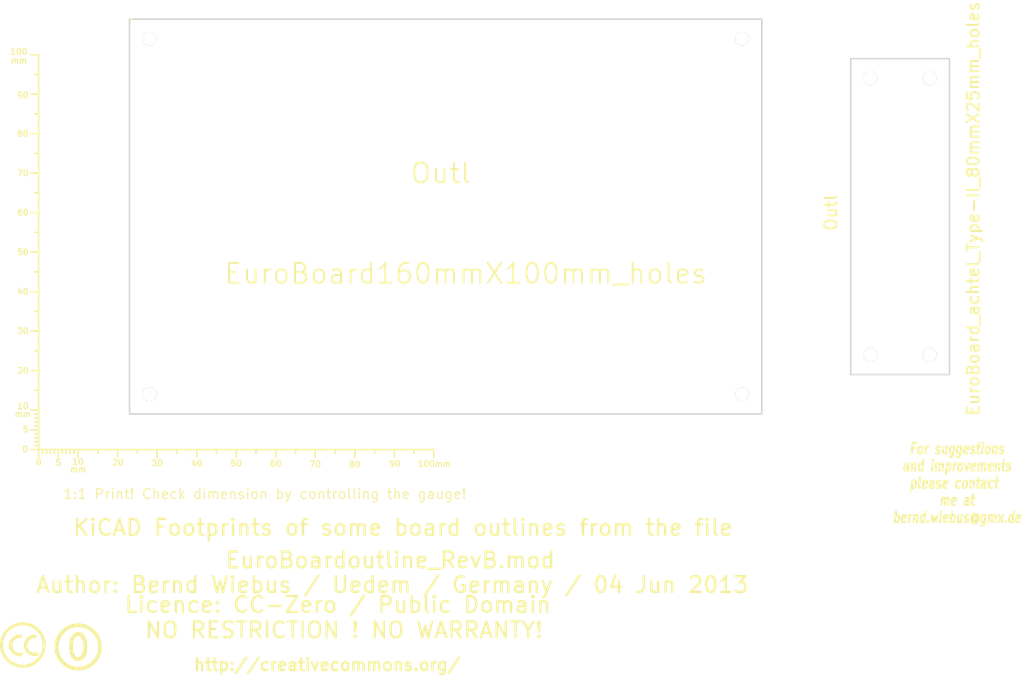
<source format=kicad_pcb>
(kicad_pcb (version 3) (host pcbnew "(2013-03-30 BZR 4007)-stable")

  (general
    (links 0)
    (no_connects 0)
    (area -16.90696 9.779577 274.02378 197.1694)
    (thickness 1.6002)
    (drawings 7)
    (tracks 0)
    (zones 0)
    (modules 5)
    (nets 1)
  )

  (page A4)
  (layers
    (15 Vorderseite signal)
    (0 Rückseite signal)
    (16 B.Adhes user)
    (17 F.Adhes user)
    (18 B.Paste user)
    (19 F.Paste user)
    (20 B.SilkS user)
    (21 F.SilkS user)
    (22 B.Mask user)
    (23 F.Mask user)
    (24 Dwgs.User user)
    (25 Cmts.User user)
    (26 Eco1.User user)
    (27 Eco2.User user)
    (28 Edge.Cuts user)
  )

  (setup
    (last_trace_width 0.2032)
    (trace_clearance 0.254)
    (zone_clearance 0.508)
    (zone_45_only no)
    (trace_min 0.2032)
    (segment_width 0.381)
    (edge_width 0.381)
    (via_size 0.889)
    (via_drill 0.635)
    (via_min_size 0.889)
    (via_min_drill 0.508)
    (uvia_size 0.508)
    (uvia_drill 0.127)
    (uvias_allowed no)
    (uvia_min_size 0.508)
    (uvia_min_drill 0.127)
    (pcb_text_width 0.3048)
    (pcb_text_size 1.524 2.032)
    (mod_edge_width 0.381)
    (mod_text_size 1.524 1.524)
    (mod_text_width 0.3048)
    (pad_size 1.524 1.524)
    (pad_drill 0.8128)
    (pad_to_mask_clearance 0.254)
    (aux_axis_origin 0 0)
    (visible_elements 7FFFFFFF)
    (pcbplotparams
      (layerselection 3178497)
      (usegerberextensions true)
      (excludeedgelayer true)
      (linewidth 60)
      (plotframeref false)
      (viasonmask false)
      (mode 1)
      (useauxorigin false)
      (hpglpennumber 1)
      (hpglpenspeed 20)
      (hpglpendiameter 15)
      (hpglpenoverlay 0)
      (psnegative false)
      (psa4output false)
      (plotreference true)
      (plotvalue true)
      (plotothertext true)
      (plotinvisibletext false)
      (padsonsilk false)
      (subtractmaskfromsilk false)
      (outputformat 1)
      (mirror false)
      (drillshape 1)
      (scaleselection 1)
      (outputdirectory ""))
  )

  (net 0 "")

  (net_class Default "Dies ist die voreingestellte Netzklasse."
    (clearance 0.254)
    (trace_width 0.2032)
    (via_dia 0.889)
    (via_drill 0.635)
    (uvia_dia 0.508)
    (uvia_drill 0.127)
    (add_net "")
  )

  (module Gauge_100mm_Type2_SilkScreenTop_RevA_Date22Jun2010 (layer Vorderseite) (tedit 4D963937) (tstamp 4D88F07A)
    (at 25 138)
    (descr "Gauge, Massstab, 100mm, SilkScreenTop, Type 2,")
    (tags "Gauge, Massstab, 100mm, SilkScreenTop, Type 2,")
    (path Gauge_100mm_Type2_SilkScreenTop_RevA_Date22Jun2010)
    (fp_text reference MSC (at 4.0005 8.99922) (layer F.SilkS) hide
      (effects (font (size 1.524 1.524) (thickness 0.3048)))
    )
    (fp_text value Gauge_100mm_Type2_SilkScreenTop_RevA_Date22Jun2010 (at 45.9994 8.99922) (layer F.SilkS) hide
      (effects (font (size 1.524 1.524) (thickness 0.3048)))
    )
    (fp_text user mm (at 9.99998 5.00126) (layer F.SilkS)
      (effects (font (size 1.524 1.524) (thickness 0.3048)))
    )
    (fp_text user mm (at -4.0005 -8.99922) (layer F.SilkS)
      (effects (font (size 1.524 1.524) (thickness 0.3048)))
    )
    (fp_text user mm (at -5.00126 -98.5012) (layer F.SilkS)
      (effects (font (size 1.524 1.524) (thickness 0.3048)))
    )
    (fp_text user 10 (at 10.00506 3.0988) (layer F.SilkS)
      (effects (font (size 1.50114 1.50114) (thickness 0.29972)))
    )
    (fp_text user 0 (at 0.00508 3.19786) (layer F.SilkS)
      (effects (font (size 1.39954 1.50114) (thickness 0.29972)))
    )
    (fp_text user 5 (at 5.0038 3.29946) (layer F.SilkS)
      (effects (font (size 1.50114 1.50114) (thickness 0.29972)))
    )
    (fp_text user 20 (at 20.1041 3.29946) (layer F.SilkS)
      (effects (font (size 1.50114 1.50114) (thickness 0.29972)))
    )
    (fp_text user 30 (at 30.00502 3.39852) (layer F.SilkS)
      (effects (font (size 1.50114 1.50114) (thickness 0.29972)))
    )
    (fp_text user 40 (at 40.005 3.50012) (layer F.SilkS)
      (effects (font (size 1.50114 1.50114) (thickness 0.29972)))
    )
    (fp_text user 50 (at 50.00498 3.50012) (layer F.SilkS)
      (effects (font (size 1.50114 1.50114) (thickness 0.29972)))
    )
    (fp_text user 60 (at 60.00496 3.50012) (layer F.SilkS)
      (effects (font (size 1.50114 1.50114) (thickness 0.29972)))
    )
    (fp_text user 70 (at 70.00494 3.70078) (layer F.SilkS)
      (effects (font (size 1.50114 1.50114) (thickness 0.29972)))
    )
    (fp_text user 80 (at 80.00492 3.79984) (layer F.SilkS)
      (effects (font (size 1.50114 1.50114) (thickness 0.29972)))
    )
    (fp_text user 90 (at 90.1065 3.60172) (layer F.SilkS)
      (effects (font (size 1.50114 1.50114) (thickness 0.29972)))
    )
    (fp_text user 100mm (at 100.10648 3.60172) (layer F.SilkS)
      (effects (font (size 1.50114 1.50114) (thickness 0.29972)))
    )
    (fp_line (start 0 -8.99922) (end -1.00076 -8.99922) (layer F.SilkS) (width 0.381))
    (fp_line (start 0 -8.001) (end -1.00076 -8.001) (layer F.SilkS) (width 0.381))
    (fp_line (start 0 -7.00024) (end -1.00076 -7.00024) (layer F.SilkS) (width 0.381))
    (fp_line (start 0 -5.99948) (end -1.00076 -5.99948) (layer F.SilkS) (width 0.381))
    (fp_line (start 0 -4.0005) (end -1.00076 -4.0005) (layer F.SilkS) (width 0.381))
    (fp_line (start 0 -2.99974) (end -1.00076 -2.99974) (layer F.SilkS) (width 0.381))
    (fp_line (start 0 -1.99898) (end -1.00076 -1.99898) (layer F.SilkS) (width 0.381))
    (fp_line (start 0 -1.00076) (end -1.00076 -1.00076) (layer F.SilkS) (width 0.381))
    (fp_line (start 0 0) (end -1.99898 0) (layer F.SilkS) (width 0.381))
    (fp_line (start 0 -5.00126) (end -1.99898 -5.00126) (layer F.SilkS) (width 0.381))
    (fp_line (start 0 -9.99998) (end -1.99898 -9.99998) (layer F.SilkS) (width 0.381))
    (fp_line (start 0 -15.00124) (end -1.00076 -15.00124) (layer F.SilkS) (width 0.381))
    (fp_line (start 0 -19.99996) (end -1.99898 -19.99996) (layer F.SilkS) (width 0.381))
    (fp_line (start 0 -25.00122) (end -1.00076 -25.00122) (layer F.SilkS) (width 0.381))
    (fp_line (start 0 -29.99994) (end -1.99898 -29.99994) (layer F.SilkS) (width 0.381))
    (fp_line (start 0 -35.0012) (end -1.00076 -35.0012) (layer F.SilkS) (width 0.381))
    (fp_line (start 0 -39.99992) (end -1.99898 -39.99992) (layer F.SilkS) (width 0.381))
    (fp_line (start 0 -45.00118) (end -1.00076 -45.00118) (layer F.SilkS) (width 0.381))
    (fp_line (start 0 -49.9999) (end -1.99898 -49.9999) (layer F.SilkS) (width 0.381))
    (fp_line (start 0 -55.00116) (end -1.00076 -55.00116) (layer F.SilkS) (width 0.381))
    (fp_line (start 0 -59.99988) (end -1.99898 -59.99988) (layer F.SilkS) (width 0.381))
    (fp_line (start 0 -65.00114) (end -1.00076 -65.00114) (layer F.SilkS) (width 0.381))
    (fp_line (start 0 -69.99986) (end -1.99898 -69.99986) (layer F.SilkS) (width 0.381))
    (fp_line (start 0 -75.00112) (end -1.00076 -75.00112) (layer F.SilkS) (width 0.381))
    (fp_line (start 0 -79.99984) (end -1.99898 -79.99984) (layer F.SilkS) (width 0.381))
    (fp_line (start 0 -85.0011) (end -1.00076 -85.0011) (layer F.SilkS) (width 0.381))
    (fp_line (start 0 -89.99982) (end -1.99898 -89.99982) (layer F.SilkS) (width 0.381))
    (fp_line (start 0 -95.00108) (end -1.00076 -95.00108) (layer F.SilkS) (width 0.381))
    (fp_line (start 0 0) (end 0 -99.9998) (layer F.SilkS) (width 0.381))
    (fp_line (start 0 -99.9998) (end -1.99898 -99.9998) (layer F.SilkS) (width 0.381))
    (fp_text user 100 (at -4.99872 -100.7491) (layer F.SilkS)
      (effects (font (size 1.50114 1.50114) (thickness 0.29972)))
    )
    (fp_text user 90 (at -4.0005 -89.7509) (layer F.SilkS)
      (effects (font (size 1.50114 1.50114) (thickness 0.29972)))
    )
    (fp_text user 80 (at -4.0005 -79.99984) (layer F.SilkS)
      (effects (font (size 1.50114 1.50114) (thickness 0.29972)))
    )
    (fp_text user 70 (at -4.0005 -69.99986) (layer F.SilkS)
      (effects (font (size 1.50114 1.50114) (thickness 0.29972)))
    )
    (fp_text user 60 (at -4.0005 -59.99988) (layer F.SilkS)
      (effects (font (size 1.50114 1.50114) (thickness 0.29972)))
    )
    (fp_text user 50 (at -4.0005 -49.9999) (layer F.SilkS)
      (effects (font (size 1.50114 1.50114) (thickness 0.34036)))
    )
    (fp_text user 40 (at -4.0005 -39.99992) (layer F.SilkS)
      (effects (font (size 1.50114 1.50114) (thickness 0.29972)))
    )
    (fp_text user 30 (at -4.0005 -29.99994) (layer F.SilkS)
      (effects (font (size 1.50114 1.50114) (thickness 0.29972)))
    )
    (fp_text user 20 (at -4.0005 -19.99996) (layer F.SilkS)
      (effects (font (size 1.50114 1.50114) (thickness 0.29972)))
    )
    (fp_line (start 95.00108 0) (end 95.00108 1.00076) (layer F.SilkS) (width 0.381))
    (fp_line (start 89.99982 0) (end 89.99982 1.99898) (layer F.SilkS) (width 0.381))
    (fp_line (start 85.0011 0) (end 85.0011 1.00076) (layer F.SilkS) (width 0.381))
    (fp_line (start 79.99984 0) (end 79.99984 1.99898) (layer F.SilkS) (width 0.381))
    (fp_line (start 75.00112 0) (end 75.00112 1.00076) (layer F.SilkS) (width 0.381))
    (fp_line (start 69.99986 0) (end 69.99986 1.99898) (layer F.SilkS) (width 0.381))
    (fp_line (start 65.00114 0) (end 65.00114 1.00076) (layer F.SilkS) (width 0.381))
    (fp_line (start 59.99988 0) (end 59.99988 1.99898) (layer F.SilkS) (width 0.381))
    (fp_line (start 55.00116 0) (end 55.00116 1.00076) (layer F.SilkS) (width 0.381))
    (fp_line (start 49.9999 0) (end 49.9999 1.99898) (layer F.SilkS) (width 0.381))
    (fp_line (start 45.00118 0) (end 45.00118 1.00076) (layer F.SilkS) (width 0.381))
    (fp_line (start 39.99992 0) (end 39.99992 1.99898) (layer F.SilkS) (width 0.381))
    (fp_line (start 35.0012 0) (end 35.0012 1.00076) (layer F.SilkS) (width 0.381))
    (fp_line (start 29.99994 0) (end 29.99994 1.99898) (layer F.SilkS) (width 0.381))
    (fp_line (start 25.00122 0) (end 25.00122 1.00076) (layer F.SilkS) (width 0.381))
    (fp_line (start 19.99996 0) (end 19.99996 1.99898) (layer F.SilkS) (width 0.381))
    (fp_line (start 15.00124 0) (end 15.00124 1.00076) (layer F.SilkS) (width 0.381))
    (fp_line (start 9.99998 0) (end 99.9998 0) (layer F.SilkS) (width 0.381))
    (fp_line (start 99.9998 0) (end 99.9998 1.99898) (layer F.SilkS) (width 0.381))
    (fp_text user 5 (at -3.302 -5.10286) (layer F.SilkS)
      (effects (font (size 1.50114 1.50114) (thickness 0.29972)))
    )
    (fp_text user 0 (at -3.4036 -0.10414) (layer F.SilkS)
      (effects (font (size 1.50114 1.50114) (thickness 0.29972)))
    )
    (fp_text user 10 (at -4.0005 -11.00074) (layer F.SilkS)
      (effects (font (size 1.50114 1.50114) (thickness 0.29972)))
    )
    (fp_line (start 8.99922 0) (end 8.99922 1.00076) (layer F.SilkS) (width 0.381))
    (fp_line (start 8.001 0) (end 8.001 1.00076) (layer F.SilkS) (width 0.381))
    (fp_line (start 7.00024 0) (end 7.00024 1.00076) (layer F.SilkS) (width 0.381))
    (fp_line (start 5.99948 0) (end 5.99948 1.00076) (layer F.SilkS) (width 0.381))
    (fp_line (start 4.0005 0) (end 4.0005 1.00076) (layer F.SilkS) (width 0.381))
    (fp_line (start 2.99974 0) (end 2.99974 1.00076) (layer F.SilkS) (width 0.381))
    (fp_line (start 1.99898 0) (end 1.99898 1.00076) (layer F.SilkS) (width 0.381))
    (fp_line (start 1.00076 0) (end 1.00076 1.00076) (layer F.SilkS) (width 0.381))
    (fp_line (start 5.00126 0) (end 5.00126 1.99898) (layer F.SilkS) (width 0.381))
    (fp_line (start 0 0) (end 0 1.99898) (layer F.SilkS) (width 0.381))
    (fp_line (start 0 0) (end 9.99998 0) (layer F.SilkS) (width 0.381))
    (fp_line (start 9.99998 0) (end 9.99998 1.99898) (layer F.SilkS) (width 0.381))
  )

  (module Symbol_CC-PublicDomain_SilkScreenTop_Big (layer Vorderseite) (tedit 515D641F) (tstamp 515F0B64)
    (at 35 188)
    (descr "Symbol, CC-PublicDomain, SilkScreen Top, Big,")
    (tags "Symbol, CC-PublicDomain, SilkScreen Top, Big,")
    (path Symbol_CC-Noncommercial_CopperTop_Big)
    (fp_text reference Sym (at 0.59944 -7.29996) (layer F.SilkS) hide
      (effects (font (size 1.524 1.524) (thickness 0.3048)))
    )
    (fp_text value Symbol_CC-PublicDomain_SilkScreenTop_Big (at 0.59944 8.001) (layer F.SilkS) hide
      (effects (font (size 1.524 1.524) (thickness 0.3048)))
    )
    (fp_circle (center 0 0) (end 5.8 -0.05) (layer F.SilkS) (width 0.381))
    (fp_circle (center 0 0) (end 5.5 0) (layer F.SilkS) (width 0.381))
    (fp_circle (center 0.05 0) (end 5.25 0) (layer F.SilkS) (width 0.381))
    (fp_line (start 1.1 -2.5) (end 1.4 -1.9) (layer F.SilkS) (width 0.381))
    (fp_line (start -1.8 1.2) (end -1.6 1.9) (layer F.SilkS) (width 0.381))
    (fp_line (start -1.6 1.9) (end -1.2 2.5) (layer F.SilkS) (width 0.381))
    (fp_line (start 0 -3) (end 0.75 -2.75) (layer F.SilkS) (width 0.381))
    (fp_line (start 0.75 -2.75) (end 1 -2.25) (layer F.SilkS) (width 0.381))
    (fp_line (start 1 -2.25) (end 1.5 -1) (layer F.SilkS) (width 0.381))
    (fp_line (start 1.5 -1) (end 1.5 -0.5) (layer F.SilkS) (width 0.381))
    (fp_line (start 1.5 -0.5) (end 1.5 0.5) (layer F.SilkS) (width 0.381))
    (fp_line (start 1.5 0.5) (end 1.25 1.5) (layer F.SilkS) (width 0.381))
    (fp_line (start 1.25 1.5) (end 0.75 2.5) (layer F.SilkS) (width 0.381))
    (fp_line (start 0.75 2.5) (end 0.25 2.75) (layer F.SilkS) (width 0.381))
    (fp_line (start 0.25 2.75) (end -0.25 2.75) (layer F.SilkS) (width 0.381))
    (fp_line (start -0.25 2.75) (end -0.75 2.5) (layer F.SilkS) (width 0.381))
    (fp_line (start -0.75 2.5) (end -1.25 1.75) (layer F.SilkS) (width 0.381))
    (fp_line (start -1.25 1.75) (end -1.5 0.75) (layer F.SilkS) (width 0.381))
    (fp_line (start -1.5 0.75) (end -1.5 -0.75) (layer F.SilkS) (width 0.381))
    (fp_line (start -1.5 -0.75) (end -1.25 -1.75) (layer F.SilkS) (width 0.381))
    (fp_line (start -1.25 -1.75) (end -1 -2.5) (layer F.SilkS) (width 0.381))
    (fp_line (start -1 -2.5) (end -0.3 -2.9) (layer F.SilkS) (width 0.381))
    (fp_line (start -0.3 -2.9) (end 0.2 -3) (layer F.SilkS) (width 0.381))
    (fp_line (start 0.2 -3) (end 0.8 -3) (layer F.SilkS) (width 0.381))
    (fp_line (start 0.8 -3) (end 1.4 -2.3) (layer F.SilkS) (width 0.381))
    (fp_line (start 1.4 -2.3) (end 1.6 -1.4) (layer F.SilkS) (width 0.381))
    (fp_line (start 1.6 -1.4) (end 1.7 -0.3) (layer F.SilkS) (width 0.381))
    (fp_line (start 1.7 -0.3) (end 1.7 0.9) (layer F.SilkS) (width 0.381))
    (fp_line (start 1.7 0.9) (end 1.4 1.8) (layer F.SilkS) (width 0.381))
    (fp_line (start 1.4 1.8) (end 1 2.7) (layer F.SilkS) (width 0.381))
    (fp_line (start 1 2.7) (end 0.5 3) (layer F.SilkS) (width 0.381))
    (fp_line (start 0.5 3) (end -0.4 3) (layer F.SilkS) (width 0.381))
    (fp_line (start -0.4 3) (end -1.3 2.3) (layer F.SilkS) (width 0.381))
    (fp_line (start -1.3 2.3) (end -1.7 1) (layer F.SilkS) (width 0.381))
    (fp_line (start -1.7 1) (end -1.8 -0.7) (layer F.SilkS) (width 0.381))
    (fp_line (start -1.8 -0.7) (end -1.4 -2.2) (layer F.SilkS) (width 0.381))
    (fp_line (start -1.4 -2.2) (end -1 -2.9) (layer F.SilkS) (width 0.381))
    (fp_line (start -1 -2.9) (end -0.2 -3.3) (layer F.SilkS) (width 0.381))
    (fp_line (start -0.2 -3.3) (end 0.7 -3.2) (layer F.SilkS) (width 0.381))
    (fp_line (start 0.7 -3.2) (end 1.3 -3.1) (layer F.SilkS) (width 0.381))
    (fp_line (start 1.3 -3.1) (end 1.7 -2.4) (layer F.SilkS) (width 0.381))
    (fp_line (start 1.7 -2.4) (end 2 -1.6) (layer F.SilkS) (width 0.381))
    (fp_line (start 2 -1.6) (end 2.1 -0.6) (layer F.SilkS) (width 0.381))
    (fp_line (start 2.1 -0.6) (end 2.1 0.3) (layer F.SilkS) (width 0.381))
    (fp_line (start 2.1 0.3) (end 2.1 1.3) (layer F.SilkS) (width 0.381))
    (fp_line (start 2.1 1.3) (end 1.9 1.8) (layer F.SilkS) (width 0.381))
    (fp_line (start 1.9 1.8) (end 1.5 2.6) (layer F.SilkS) (width 0.381))
    (fp_line (start 1.5 2.6) (end 1.1 3) (layer F.SilkS) (width 0.381))
    (fp_line (start 1.1 3) (end 0.4 3.3) (layer F.SilkS) (width 0.381))
    (fp_line (start 0.4 3.3) (end -0.1 3.4) (layer F.SilkS) (width 0.381))
    (fp_line (start -0.1 3.4) (end -0.8 3.2) (layer F.SilkS) (width 0.381))
    (fp_line (start -0.8 3.2) (end -1.5 2.6) (layer F.SilkS) (width 0.381))
    (fp_line (start -1.5 2.6) (end -1.9 1.7) (layer F.SilkS) (width 0.381))
    (fp_line (start -1.9 1.7) (end -2.1 0.4) (layer F.SilkS) (width 0.381))
    (fp_line (start -2.1 0.4) (end -2.1 -0.6) (layer F.SilkS) (width 0.381))
    (fp_line (start -2.1 -0.6) (end -2 -1.6) (layer F.SilkS) (width 0.381))
    (fp_line (start -2 -1.6) (end -1.7 -2.4) (layer F.SilkS) (width 0.381))
    (fp_line (start -1.7 -2.4) (end -1.2 -3.1) (layer F.SilkS) (width 0.381))
    (fp_line (start -1.2 -3.1) (end -0.4 -3.6) (layer F.SilkS) (width 0.381))
    (fp_line (start -0.4 -3.6) (end 0.4 -3.6) (layer F.SilkS) (width 0.381))
    (fp_line (start 0.4 -3.6) (end 1.1 -3.2) (layer F.SilkS) (width 0.381))
    (fp_line (start 1.1 -3.2) (end 1.1 -2.9) (layer F.SilkS) (width 0.381))
    (fp_line (start 1.1 -2.9) (end 1.8 -1.5) (layer F.SilkS) (width 0.381))
    (fp_line (start 1.8 -1.5) (end 1.8 -0.4) (layer F.SilkS) (width 0.381))
    (fp_line (start 1.8 -0.4) (end 1.8 1.1) (layer F.SilkS) (width 0.381))
    (fp_line (start 1.8 1.1) (end 1.2 2.6) (layer F.SilkS) (width 0.381))
    (fp_line (start 1.2 2.6) (end 0.2 3.2) (layer F.SilkS) (width 0.381))
    (fp_line (start 0.2 3.2) (end -0.5 3.2) (layer F.SilkS) (width 0.381))
    (fp_line (start -0.5 3.2) (end -1.1 2.7) (layer F.SilkS) (width 0.381))
    (fp_line (start -1.1 2.7) (end -1.9 0.6) (layer F.SilkS) (width 0.381))
    (fp_line (start -1.9 0.6) (end -1.7 -1.9) (layer F.SilkS) (width 0.381))
  )

  (module Symbol_CreativeCommons_SilkScreenTop_Type2_Big (layer Vorderseite) (tedit 515D640C) (tstamp 515F46B2)
    (at 21 187.5)
    (descr "Symbol, Creative Commons, SilkScreen Top, Type 2, Big,")
    (tags "Symbol, Creative Commons, SilkScreen Top, Type 2, Big,")
    (path Symbol_CreativeCommons_CopperTop_Type2_Big)
    (fp_text reference Sym (at 0.59944 -7.29996) (layer F.SilkS) hide
      (effects (font (size 1.524 1.524) (thickness 0.3048)))
    )
    (fp_text value Symbol_CreativeCommons_Typ2_SilkScreenTop_Big (at 0.59944 8.001) (layer F.SilkS) hide
      (effects (font (size 1.524 1.524) (thickness 0.3048)))
    )
    (fp_line (start -0.70104 2.70002) (end -0.29972 2.60096) (layer F.SilkS) (width 0.381))
    (fp_line (start -0.29972 2.60096) (end -0.20066 2.10058) (layer F.SilkS) (width 0.381))
    (fp_line (start -2.49936 -1.69926) (end -2.70002 -1.6002) (layer F.SilkS) (width 0.381))
    (fp_line (start -2.70002 -1.6002) (end -3.0988 -1.00076) (layer F.SilkS) (width 0.381))
    (fp_line (start -3.0988 -1.00076) (end -3.29946 -0.50038) (layer F.SilkS) (width 0.381))
    (fp_line (start -3.29946 -0.50038) (end -3.40106 0.39878) (layer F.SilkS) (width 0.381))
    (fp_line (start -3.40106 0.39878) (end -3.29946 0.89916) (layer F.SilkS) (width 0.381))
    (fp_line (start -0.19812 2.4003) (end -0.29718 2.59842) (layer F.SilkS) (width 0.381))
    (fp_line (start 3.70078 2.10058) (end 3.79984 2.4003) (layer F.SilkS) (width 0.381))
    (fp_line (start 2.99974 -2.4003) (end 3.29946 -2.30124) (layer F.SilkS) (width 0.381))
    (fp_line (start 3.29946 -2.30124) (end 3.0988 -1.99898) (layer F.SilkS) (width 0.381))
    (fp_line (start 0 -5.40004) (end -0.50038 -5.40004) (layer F.SilkS) (width 0.381))
    (fp_line (start -0.50038 -5.40004) (end -1.30048 -5.10032) (layer F.SilkS) (width 0.381))
    (fp_line (start -1.30048 -5.10032) (end -1.99898 -4.89966) (layer F.SilkS) (width 0.381))
    (fp_line (start -1.99898 -4.89966) (end -2.70002 -4.699) (layer F.SilkS) (width 0.381))
    (fp_line (start -2.70002 -4.699) (end -3.29946 -4.20116) (layer F.SilkS) (width 0.381))
    (fp_line (start -3.29946 -4.20116) (end -4.0005 -3.59918) (layer F.SilkS) (width 0.381))
    (fp_line (start -4.0005 -3.59918) (end -4.50088 -2.99974) (layer F.SilkS) (width 0.381))
    (fp_line (start -4.50088 -2.99974) (end -5.00126 -2.10058) (layer F.SilkS) (width 0.381))
    (fp_line (start -5.00126 -2.10058) (end -5.30098 -1.09982) (layer F.SilkS) (width 0.381))
    (fp_line (start -5.30098 -1.09982) (end -5.40004 0.09906) (layer F.SilkS) (width 0.381))
    (fp_line (start -5.40004 0.09906) (end -5.19938 1.30048) (layer F.SilkS) (width 0.381))
    (fp_line (start -5.19938 1.30048) (end -4.8006 2.4003) (layer F.SilkS) (width 0.381))
    (fp_line (start -4.8006 2.4003) (end -3.79984 3.8989) (layer F.SilkS) (width 0.381))
    (fp_line (start -3.79984 3.8989) (end -2.60096 4.8006) (layer F.SilkS) (width 0.381))
    (fp_line (start -2.60096 4.8006) (end -1.30048 5.30098) (layer F.SilkS) (width 0.381))
    (fp_line (start -1.30048 5.30098) (end 0.09906 5.30098) (layer F.SilkS) (width 0.381))
    (fp_line (start 0.09906 5.30098) (end 1.6002 5.19938) (layer F.SilkS) (width 0.381))
    (fp_line (start 1.6002 5.19938) (end 2.60096 4.699) (layer F.SilkS) (width 0.381))
    (fp_line (start 2.60096 4.699) (end 4.20116 3.40106) (layer F.SilkS) (width 0.381))
    (fp_line (start 4.20116 3.40106) (end 5.00126 1.80086) (layer F.SilkS) (width 0.381))
    (fp_line (start 5.00126 1.80086) (end 5.40004 0.29972) (layer F.SilkS) (width 0.381))
    (fp_line (start 5.40004 0.29972) (end 5.19938 -1.39954) (layer F.SilkS) (width 0.381))
    (fp_line (start 5.19938 -1.39954) (end 4.699 -2.49936) (layer F.SilkS) (width 0.381))
    (fp_line (start 4.699 -2.49936) (end 3.40106 -4.09956) (layer F.SilkS) (width 0.381))
    (fp_line (start 3.40106 -4.09956) (end 2.4003 -4.8006) (layer F.SilkS) (width 0.381))
    (fp_line (start 2.4003 -4.8006) (end 1.39954 -5.19938) (layer F.SilkS) (width 0.381))
    (fp_line (start 1.39954 -5.19938) (end 0 -5.30098) (layer F.SilkS) (width 0.381))
    (fp_line (start 0.60198 -0.70104) (end 0.50292 -0.20066) (layer F.SilkS) (width 0.381))
    (fp_line (start 0.50292 -0.20066) (end 0.50292 0.49784) (layer F.SilkS) (width 0.381))
    (fp_line (start 0.50292 0.49784) (end 0.60198 1.09982) (layer F.SilkS) (width 0.381))
    (fp_line (start 0.60198 1.09982) (end 1.00076 1.69926) (layer F.SilkS) (width 0.381))
    (fp_line (start 1.00076 1.69926) (end 1.50114 2.19964) (layer F.SilkS) (width 0.381))
    (fp_line (start 1.50114 2.19964) (end 2.10058 2.49936) (layer F.SilkS) (width 0.381))
    (fp_line (start 2.10058 2.49936) (end 2.60096 2.59842) (layer F.SilkS) (width 0.381))
    (fp_line (start 2.60096 2.59842) (end 3.00228 2.59842) (layer F.SilkS) (width 0.381))
    (fp_line (start 3.00228 2.59842) (end 3.40106 2.59842) (layer F.SilkS) (width 0.381))
    (fp_line (start 3.40106 2.59842) (end 3.80238 2.49936) (layer F.SilkS) (width 0.381))
    (fp_line (start 3.80238 2.49936) (end 3.70078 2.2987) (layer F.SilkS) (width 0.381))
    (fp_line (start 3.70078 2.2987) (end 2.80162 2.4003) (layer F.SilkS) (width 0.381))
    (fp_line (start 2.80162 2.4003) (end 1.80086 2.09804) (layer F.SilkS) (width 0.381))
    (fp_line (start 1.80086 2.09804) (end 1.20142 1.6002) (layer F.SilkS) (width 0.381))
    (fp_line (start 1.20142 1.6002) (end 0.80264 0.6985) (layer F.SilkS) (width 0.381))
    (fp_line (start 0.80264 0.6985) (end 0.70104 -0.29972) (layer F.SilkS) (width 0.381))
    (fp_line (start 0.70104 -0.29972) (end 1.00076 -1.00076) (layer F.SilkS) (width 0.381))
    (fp_line (start 1.00076 -1.00076) (end 1.60274 -1.7018) (layer F.SilkS) (width 0.381))
    (fp_line (start 1.60274 -1.7018) (end 2.30124 -2.10058) (layer F.SilkS) (width 0.381))
    (fp_line (start 2.30124 -2.10058) (end 3.00228 -2.10058) (layer F.SilkS) (width 0.381))
    (fp_line (start 3.00228 -2.10058) (end 3.10134 -1.89992) (layer F.SilkS) (width 0.381))
    (fp_line (start 3.10134 -1.89992) (end 2.5019 -1.89992) (layer F.SilkS) (width 0.381))
    (fp_line (start 2.5019 -1.89992) (end 1.80086 -1.6002) (layer F.SilkS) (width 0.381))
    (fp_line (start 1.80086 -1.6002) (end 1.30048 -1.00076) (layer F.SilkS) (width 0.381))
    (fp_line (start 1.30048 -1.00076) (end 1.00076 -0.40132) (layer F.SilkS) (width 0.381))
    (fp_line (start 1.00076 -0.40132) (end 1.00076 0.09906) (layer F.SilkS) (width 0.381))
    (fp_line (start 1.00076 0.09906) (end 1.00076 0.6985) (layer F.SilkS) (width 0.381))
    (fp_line (start 1.00076 0.6985) (end 1.30048 1.19888) (layer F.SilkS) (width 0.381))
    (fp_line (start 1.30048 1.19888) (end 1.7018 1.69926) (layer F.SilkS) (width 0.381))
    (fp_line (start 1.7018 1.69926) (end 2.30124 1.99898) (layer F.SilkS) (width 0.381))
    (fp_line (start 2.30124 1.99898) (end 2.90068 2.09804) (layer F.SilkS) (width 0.381))
    (fp_line (start 2.90068 2.09804) (end 3.40106 2.09804) (layer F.SilkS) (width 0.381))
    (fp_line (start 3.40106 2.09804) (end 3.70078 1.99898) (layer F.SilkS) (width 0.381))
    (fp_line (start 3.00228 -2.4003) (end 2.40284 -2.4003) (layer F.SilkS) (width 0.381))
    (fp_line (start 2.40284 -2.4003) (end 2.00152 -2.20218) (layer F.SilkS) (width 0.381))
    (fp_line (start 2.00152 -2.20218) (end 1.50114 -2.00152) (layer F.SilkS) (width 0.381))
    (fp_line (start 1.50114 -2.00152) (end 1.10236 -1.6002) (layer F.SilkS) (width 0.381))
    (fp_line (start 1.10236 -1.6002) (end 0.80264 -1.09982) (layer F.SilkS) (width 0.381))
    (fp_line (start 0.80264 -1.09982) (end 0.60198 -0.70104) (layer F.SilkS) (width 0.381))
    (fp_line (start -0.39878 -1.99898) (end -0.89916 -1.99898) (layer F.SilkS) (width 0.381))
    (fp_line (start -0.89916 -1.99898) (end -1.39954 -1.89738) (layer F.SilkS) (width 0.381))
    (fp_line (start -1.39954 -1.89738) (end -1.89992 -1.59766) (layer F.SilkS) (width 0.381))
    (fp_line (start -1.89992 -1.59766) (end -2.4003 -1.19888) (layer F.SilkS) (width 0.381))
    (fp_line (start -2.4003 -1.30048) (end -2.70002 -0.8001) (layer F.SilkS) (width 0.381))
    (fp_line (start -2.70002 -0.8001) (end -2.79908 -0.29972) (layer F.SilkS) (width 0.381))
    (fp_line (start -2.79908 -0.29972) (end -2.79908 0.20066) (layer F.SilkS) (width 0.381))
    (fp_line (start -2.79908 0.20066) (end -2.59842 1.00076) (layer F.SilkS) (width 0.381))
    (fp_line (start -2.69748 1.00076) (end -2.39776 1.39954) (layer F.SilkS) (width 0.381))
    (fp_line (start -2.29616 1.4986) (end -1.79578 1.89992) (layer F.SilkS) (width 0.381))
    (fp_line (start -1.79578 1.89992) (end -1.29794 2.09804) (layer F.SilkS) (width 0.381))
    (fp_line (start -1.29794 2.09804) (end -0.89662 2.19964) (layer F.SilkS) (width 0.381))
    (fp_line (start -0.89662 2.19964) (end -0.49784 2.19964) (layer F.SilkS) (width 0.381))
    (fp_line (start -0.49784 2.19964) (end -0.19812 2.09804) (layer F.SilkS) (width 0.381))
    (fp_line (start -0.19812 2.09804) (end -0.29718 2.4003) (layer F.SilkS) (width 0.381))
    (fp_line (start -0.29718 2.4003) (end -0.89662 2.49936) (layer F.SilkS) (width 0.381))
    (fp_line (start -0.89662 2.49936) (end -1.59766 2.2987) (layer F.SilkS) (width 0.381))
    (fp_line (start -1.59766 2.2987) (end -2.29616 1.79832) (layer F.SilkS) (width 0.381))
    (fp_line (start -2.29616 1.79832) (end -2.79654 1.29794) (layer F.SilkS) (width 0.381))
    (fp_line (start -2.79908 1.39954) (end -2.99974 0.70104) (layer F.SilkS) (width 0.381))
    (fp_line (start -2.99974 0.70104) (end -3.0988 0) (layer F.SilkS) (width 0.381))
    (fp_line (start -3.0988 0) (end -2.99974 -0.59944) (layer F.SilkS) (width 0.381))
    (fp_line (start -2.99974 -0.8001) (end -2.70002 -1.30048) (layer F.SilkS) (width 0.381))
    (fp_line (start -2.70002 -1.09982) (end -2.19964 -1.6002) (layer F.SilkS) (width 0.381))
    (fp_line (start -2.19964 -1.69926) (end -1.69926 -1.99898) (layer F.SilkS) (width 0.381))
    (fp_line (start -1.69926 -1.99898) (end -1.19888 -2.19964) (layer F.SilkS) (width 0.381))
    (fp_line (start -1.19888 -2.19964) (end -0.6985 -2.19964) (layer F.SilkS) (width 0.381))
    (fp_line (start -0.6985 -2.19964) (end -0.29972 -2.19964) (layer F.SilkS) (width 0.381))
    (fp_line (start -0.29972 -2.19964) (end -0.20066 -2.39776) (layer F.SilkS) (width 0.381))
    (fp_line (start -0.20066 -2.39776) (end -0.59944 -2.49936) (layer F.SilkS) (width 0.381))
    (fp_line (start -0.59944 -2.49936) (end -1.00076 -2.49936) (layer F.SilkS) (width 0.381))
    (fp_line (start -1.00076 -2.49936) (end -1.4986 -2.39776) (layer F.SilkS) (width 0.381))
    (fp_line (start -1.4986 -2.39776) (end -2.10058 -2.09804) (layer F.SilkS) (width 0.381))
    (fp_line (start -2.10058 -2.09804) (end -2.59842 -1.69926) (layer F.SilkS) (width 0.381))
    (fp_line (start -2.59842 -1.6002) (end -3.0988 -0.89916) (layer F.SilkS) (width 0.381))
    (fp_line (start -3.0988 -0.89916) (end -3.29946 -0.29972) (layer F.SilkS) (width 0.381))
    (fp_line (start -3.29946 -0.29972) (end -3.29946 0.40132) (layer F.SilkS) (width 0.381))
    (fp_line (start -3.29946 0.40132) (end -3.2004 1.00076) (layer F.SilkS) (width 0.381))
    (fp_line (start -3.29946 0.8001) (end -2.99974 1.39954) (layer F.SilkS) (width 0.381))
    (fp_line (start -2.89814 1.4986) (end -2.49682 1.99898) (layer F.SilkS) (width 0.381))
    (fp_line (start -2.49682 1.99898) (end -1.89738 2.4003) (layer F.SilkS) (width 0.381))
    (fp_line (start -1.89738 2.4003) (end -1.19634 2.59842) (layer F.SilkS) (width 0.381))
    (fp_line (start -1.19634 2.59842) (end -0.69596 2.70002) (layer F.SilkS) (width 0.381))
    (fp_line (start -2.9972 1.19888) (end -2.59842 1.19888) (layer F.SilkS) (width 0.381))
    (fp_circle (center 0 0) (end 5.08 1.016) (layer F.SilkS) (width 0.381))
    (fp_circle (center 0 0) (end 5.588 0) (layer F.SilkS) (width 0.381))
  )

  (module EuroBoard160mmX100mm_holes (layer Vorderseite) (tedit 51AE19F1) (tstamp 51AE1BE3)
    (at 48 129)
    (descr "Outline, Eurocard, 100x160mm, with holes 3,5mm,")
    (tags "Outline, Eurocard, 100x160mm, with holes 3,5mm,")
    (fp_text reference Outl (at 78.74 -60.96) (layer F.SilkS)
      (effects (font (size 5.00126 5.00126) (thickness 0.50038)))
    )
    (fp_text value EuroBoard160mmX100mm_holes (at 85.09 -35.56) (layer F.SilkS)
      (effects (font (size 5.00126 5.00126) (thickness 0.50038)))
    )
    (fp_line (start 1.00076 -99.9998) (end 0 -99.9998) (layer F.SilkS) (width 0.381))
    (fp_line (start 0 -99.9998) (end 0 0) (layer Edge.Cuts) (width 0.381))
    (fp_line (start 0 0) (end 159.99968 0) (layer Edge.Cuts) (width 0.381))
    (fp_line (start 159.99968 0) (end 159.99968 -99.9998) (layer Edge.Cuts) (width 0.381))
    (fp_line (start 159.99968 -99.9998) (end 1.00076 -99.9998) (layer Edge.Cuts) (width 0.381))
    (pad 1 thru_hole circle (at 5.00126 -95.00108) (size 3.50012 3.50012) (drill 3.50012)
      (layers *.Cu *.Mask F.SilkS)
    )
    (pad 2 thru_hole circle (at 155.00096 -95.00108) (size 3.50012 3.50012) (drill 3.50012)
      (layers *.Cu *.Mask F.SilkS)
    )
    (pad 3 thru_hole circle (at 155.00096 -5.00126) (size 3.50012 3.50012) (drill 3.50012)
      (layers *.Cu *.Mask F.SilkS)
    )
    (pad 4 thru_hole circle (at 5.00126 -5.00126) (size 3.50012 3.50012) (drill 3.50012)
      (layers *.Cu *.Mask F.SilkS)
    )
  )

  (module EuroBoard_achtel_Type-II_80mmX25mm_holes (layer Vorderseite) (tedit 51AE19E4) (tstamp 51AE1CB6)
    (at 255.5 119 90)
    (descr "Outline, Eurocard 1/8, Type II,  80x25mm, with holes 3,5mm,")
    (tags "Outline, Eurocard 1/8, Type I, 80x25mm, with holes 3,5mm,")
    (fp_text reference Outl (at 41.00068 -29.99994 90) (layer F.SilkS)
      (effects (font (size 2.99974 2.99974) (thickness 0.50038)))
    )
    (fp_text value EuroBoard_achtel_Type-II_80mmX25mm_holes (at 41.9989 5.99948 90) (layer F.SilkS)
      (effects (font (size 3.00228 3.00228) (thickness 0.50038)))
    )
    (fp_line (start 0 0) (end 79.99984 0) (layer Edge.Cuts) (width 0.381))
    (fp_line (start 79.99984 0) (end 79.99984 -25.00122) (layer Edge.Cuts) (width 0.381))
    (fp_line (start 79.99984 -25.00122) (end 0 -25.00122) (layer Edge.Cuts) (width 0.381))
    (fp_line (start 0 -25.00122) (end 0 0) (layer Edge.Cuts) (width 0.381))
    (pad 1 thru_hole circle (at 5.00126 -5.00126 90) (size 3.50012 3.50012) (drill 3.50012)
      (layers *.Cu *.Mask F.SilkS)
    )
    (pad 2 thru_hole circle (at 5.00126 -19.99996 90) (size 3.50012 3.50012) (drill 3.50012)
      (layers *.Cu *.Mask F.SilkS)
    )
    (pad 3 thru_hole circle (at 75.00112 -19.99996 90) (size 3.50012 3.50012) (drill 3.50012)
      (layers *.Cu *.Mask F.SilkS)
    )
    (pad 4 thru_hole circle (at 75.00112 -5.00126 90) (size 3.50012 3.50012) (drill 3.50012)
      (layers *.Cu *.Mask F.SilkS)
    )
  )

  (gr_text http://creativecommons.org/ (at 98 192.5) (layer F.SilkS)
    (effects (font (size 3 3) (thickness 0.6)))
  )
  (gr_text "For suggestions\nand improvements\nplease contact \nme at\nbernd.wiebus@gmx.de" (at 257.41884 146.4691) (layer F.SilkS)
    (effects (font (size 2.70002 1.99898) (thickness 0.50038) italic))
  )
  (gr_text "1:1 Print! Check dimension by controlling the gauge!" (at 82.24882 149.25014) (layer F.SilkS)
    (effects (font (size 2.49936 2.49936) (thickness 0.29972)))
  )
  (gr_text "Licence: CC-Zero / Public Domain \nNO RESTRICTION ! NO WARRANTY!" (at 102.2501 180.50064) (layer F.SilkS)
    (effects (font (size 4.0005 4.0005) (thickness 0.59944)))
  )
  (gr_text "Author: Bernd Wiebus / Uedem / Germany / 04 Jun 2013" (at 114.50012 172.24958) (layer F.SilkS)
    (effects (font (size 4.0005 4.0005) (thickness 0.59944)))
  )
  (gr_text EuroBoardoutline_RevB.mod (at 114.00028 165.9989) (layer F.SilkS)
    (effects (font (size 4.0005 4.0005) (thickness 0.59944)))
  )
  (gr_text "KiCAD Footprints of some board outlines from the file " (at 118.75008 157.74898) (layer F.SilkS)
    (effects (font (size 4.0005 4.0005) (thickness 0.59944)))
  )

)

</source>
